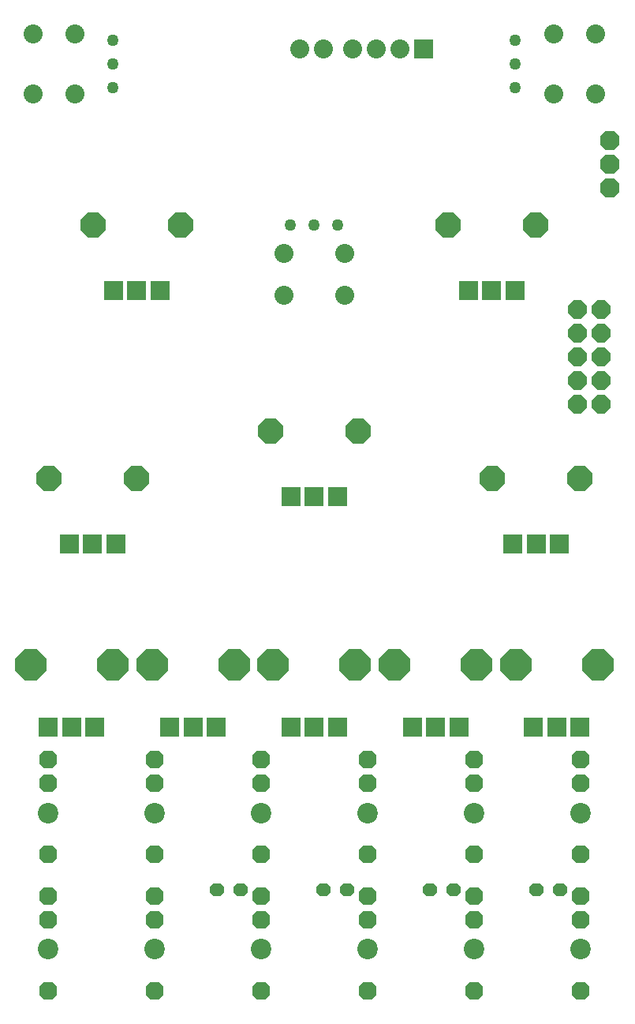
<source format=gbr>
%TF.GenerationSoftware,KiCad,Pcbnew,(6.0.11-0)*%
%TF.CreationDate,2023-05-29T14:43:09+02:00*%
%TF.ProjectId,tides,74696465-732e-46b6-9963-61645f706362,rev?*%
%TF.SameCoordinates,Original*%
%TF.FileFunction,Soldermask,Bot*%
%TF.FilePolarity,Negative*%
%FSLAX46Y46*%
G04 Gerber Fmt 4.6, Leading zero omitted, Abs format (unit mm)*
G04 Created by KiCad (PCBNEW (6.0.11-0)) date 2023-05-29 14:43:09*
%MOMM*%
%LPD*%
G01*
G04 APERTURE LIST*
G04 Aperture macros list*
%AMRoundRect*
0 Rectangle with rounded corners*
0 $1 Rounding radius*
0 $2 $3 $4 $5 $6 $7 $8 $9 X,Y pos of 4 corners*
0 Add a 4 corners polygon primitive as box body*
4,1,4,$2,$3,$4,$5,$6,$7,$8,$9,$2,$3,0*
0 Add four circle primitives for the rounded corners*
1,1,$1+$1,$2,$3*
1,1,$1+$1,$4,$5*
1,1,$1+$1,$6,$7*
1,1,$1+$1,$8,$9*
0 Add four rect primitives between the rounded corners*
20,1,$1+$1,$2,$3,$4,$5,0*
20,1,$1+$1,$4,$5,$6,$7,0*
20,1,$1+$1,$6,$7,$8,$9,0*
20,1,$1+$1,$8,$9,$2,$3,0*%
%AMFreePoly0*
4,1,25,0.391885,0.667973,0.396787,0.663482,0.753882,0.306387,0.775910,0.259146,0.776200,0.252505,0.776200,-0.252505,0.758373,-0.301485,0.753882,-0.306387,0.396787,-0.663482,0.349546,-0.685510,0.342905,-0.685800,-0.342905,-0.685800,-0.391885,-0.667973,-0.396787,-0.663482,-0.753882,-0.306387,-0.775910,-0.259146,-0.776200,-0.252505,-0.776200,0.252505,-0.758373,0.301485,-0.753882,0.306387,
-0.396787,0.663482,-0.349546,0.685510,-0.342905,0.685800,0.342905,0.685800,0.391885,0.667973,0.391885,0.667973,$1*%
%AMFreePoly1*
4,1,25,0.706544,1.645873,0.711446,1.641382,1.641382,0.711446,1.663410,0.664205,1.663700,0.657564,1.663700,-0.657564,1.645873,-0.706544,1.641382,-0.711446,0.711446,-1.641382,0.664205,-1.663410,0.657564,-1.663700,-0.657564,-1.663700,-0.706544,-1.645873,-0.711446,-1.641382,-1.641382,-0.711446,-1.663410,-0.664205,-1.663700,-0.657564,-1.663700,0.657564,-1.645873,0.706544,-1.641382,0.711446,
-0.711446,1.641382,-0.664205,1.663410,-0.657564,1.663700,0.657564,1.663700,0.706544,1.645873,0.706544,1.645873,$1*%
%AMFreePoly2*
4,1,25,0.575031,1.328373,0.579933,1.323882,1.323882,0.579933,1.345910,0.532692,1.346200,0.526051,1.346200,-0.526051,1.328373,-0.575031,1.323882,-0.579933,0.579933,-1.323882,0.532692,-1.345910,0.526051,-1.346200,-0.526051,-1.346200,-0.575031,-1.328373,-0.579933,-1.323882,-1.323882,-0.579933,-1.345910,-0.532692,-1.346200,-0.526051,-1.346200,0.526051,-1.328373,0.575031,-1.323882,0.579933,
-0.579933,1.323882,-0.532692,1.345910,-0.526051,1.346200,0.526051,1.346200,0.575031,1.328373,0.575031,1.328373,$1*%
%AMFreePoly3*
4,1,25,0.417216,0.947373,0.422118,0.942882,0.942882,0.422118,0.964910,0.374877,0.965200,0.368236,0.965200,-0.368236,0.947373,-0.417216,0.942882,-0.422118,0.422118,-0.942882,0.374877,-0.964910,0.368236,-0.965200,-0.368236,-0.965200,-0.417216,-0.947373,-0.422118,-0.942882,-0.942882,-0.422118,-0.964910,-0.374877,-0.965200,-0.368236,-0.965200,0.368236,-0.947373,0.417216,-0.942882,0.422118,
-0.422118,0.942882,-0.374877,0.964910,-0.368236,0.965200,0.368236,0.965200,0.417216,0.947373,0.417216,0.947373,$1*%
%AMFreePoly4*
4,1,25,0.448779,1.023573,0.453681,1.019082,1.019082,0.453681,1.041110,0.406440,1.041400,0.399799,1.041400,-0.399799,1.023573,-0.448779,1.019082,-0.453681,0.453681,-1.019082,0.406440,-1.041110,0.399799,-1.041400,-0.399799,-1.041400,-0.448779,-1.023573,-0.453681,-1.019082,-1.019082,-0.453681,-1.041110,-0.406440,-1.041400,-0.399799,-1.041400,0.399799,-1.023573,0.448779,-1.019082,0.453681,
-0.453681,1.019082,-0.406440,1.041110,-0.399799,1.041400,0.399799,1.041400,0.448779,1.023573,0.448779,1.023573,$1*%
%AMFreePoly5*
4,1,25,0.438258,0.998173,0.443160,0.993682,0.993682,0.443160,1.015710,0.395919,1.016000,0.389278,1.016000,-0.389278,0.998173,-0.438258,0.993682,-0.443160,0.443160,-0.993682,0.395919,-1.015710,0.389278,-1.016000,-0.389278,-1.016000,-0.438258,-0.998173,-0.443160,-0.993682,-0.993682,-0.443160,-1.015710,-0.395919,-1.016000,-0.389278,-1.016000,0.389278,-0.998173,0.438258,-0.993682,0.443160,
-0.443160,0.993682,-0.395919,1.015710,-0.389278,1.016000,0.389278,1.016000,0.438258,0.998173,0.438258,0.998173,$1*%
G04 Aperture macros list end*
%ADD10FreePoly0,180.000000*%
%ADD11C,1.258800*%
%ADD12RoundRect,0.076200X0.939800X-0.939800X0.939800X0.939800X-0.939800X0.939800X-0.939800X-0.939800X0*%
%ADD13FreePoly1,90.000000*%
%ADD14FreePoly2,90.000000*%
%ADD15C,2.032000*%
%ADD16C,2.200000*%
%ADD17FreePoly3,180.000000*%
%ADD18FreePoly4,180.000000*%
%ADD19FreePoly5,90.000000*%
G04 APERTURE END LIST*
D10*
%TO.C,LED6*%
X163413600Y-145802350D03*
X160873600Y-145802350D03*
%TD*%
%TO.C,LED7*%
X174843600Y-145802350D03*
X172303600Y-145802350D03*
%TD*%
%TO.C,LED5*%
X151983600Y-145802350D03*
X149443600Y-145802350D03*
%TD*%
%TO.C,LED4*%
X140553600Y-145802350D03*
X138013600Y-145802350D03*
%TD*%
D11*
%TO.C,LED2*%
X170081100Y-54679850D03*
X170081100Y-57219850D03*
X170081100Y-59759850D03*
%TD*%
D12*
%TO.C,R58*%
X150991100Y-128372350D03*
X148491100Y-128372350D03*
X145991100Y-128372350D03*
D13*
X152891100Y-121672350D03*
X144091100Y-121672350D03*
%TD*%
D12*
%TO.C,R22*%
X150991100Y-103589850D03*
X148491100Y-103589850D03*
X145991100Y-103589850D03*
D14*
X153191100Y-96589850D03*
X143791100Y-96589850D03*
%TD*%
D12*
%TO.C,R57*%
X137973600Y-128372350D03*
X135473600Y-128372350D03*
X132973600Y-128372350D03*
D13*
X139873600Y-121672350D03*
X131073600Y-121672350D03*
%TD*%
D15*
%TO.C,SW3*%
X151742300Y-82022950D03*
X145239900Y-82022950D03*
X151742300Y-77501750D03*
X145239900Y-77501750D03*
%TD*%
D16*
%TO.C,J8*%
X131346100Y-152152350D03*
D17*
X131346100Y-146437350D03*
X131346100Y-148977350D03*
X131346100Y-156597350D03*
%TD*%
D16*
%TO.C,J9*%
X142776100Y-152152350D03*
D17*
X142776100Y-146437350D03*
X142776100Y-148977350D03*
X142776100Y-156597350D03*
%TD*%
D16*
%TO.C,J12*%
X177066100Y-152152350D03*
D17*
X177066100Y-146437350D03*
X177066100Y-148977350D03*
X177066100Y-156597350D03*
%TD*%
D16*
%TO.C,J3*%
X142776100Y-137547350D03*
D17*
X142776100Y-131832350D03*
X142776100Y-134372350D03*
X142776100Y-141992350D03*
%TD*%
D16*
%TO.C,J11*%
X165636100Y-152152350D03*
D17*
X165636100Y-146437350D03*
X165636100Y-148977350D03*
X165636100Y-156597350D03*
%TD*%
D16*
%TO.C,J2*%
X131346100Y-137547350D03*
D17*
X131346100Y-131832350D03*
X131346100Y-134372350D03*
X131346100Y-141992350D03*
%TD*%
D16*
%TO.C,J1*%
X119916100Y-137547350D03*
D17*
X119916100Y-131832350D03*
X119916100Y-134372350D03*
X119916100Y-141992350D03*
%TD*%
D16*
%TO.C,J10*%
X154206100Y-152152350D03*
D17*
X154206100Y-146437350D03*
X154206100Y-148977350D03*
X154206100Y-156597350D03*
%TD*%
D16*
%TO.C,J5*%
X165636100Y-137547350D03*
D17*
X165636100Y-131832350D03*
X165636100Y-134372350D03*
X165636100Y-141992350D03*
%TD*%
D12*
%TO.C,R60*%
X177026100Y-128372350D03*
X174526100Y-128372350D03*
X172026100Y-128372350D03*
D13*
X178926100Y-121672350D03*
X170126100Y-121672350D03*
%TD*%
D15*
%TO.C,SW2*%
X118290500Y-60471050D03*
X118290500Y-53968650D03*
X122811700Y-60471050D03*
X122811700Y-53968650D03*
%TD*%
D11*
%TO.C,LED3*%
X151031100Y-74491850D03*
X148491100Y-74491850D03*
X145951100Y-74491850D03*
%TD*%
D12*
%TO.C,R59*%
X164008600Y-128372350D03*
X161508600Y-128372350D03*
X159008600Y-128372350D03*
D13*
X165908600Y-121672350D03*
X157108600Y-121672350D03*
%TD*%
D16*
%TO.C,J7*%
X119916100Y-152152350D03*
D17*
X119916100Y-146437350D03*
X119916100Y-148977350D03*
X119916100Y-156597350D03*
%TD*%
D11*
%TO.C,LED1*%
X126901100Y-59759850D03*
X126901100Y-57219850D03*
X126901100Y-54679850D03*
%TD*%
D15*
%TO.C,SW1*%
X178691800Y-53968550D03*
X178691800Y-60470950D03*
X174170600Y-53968550D03*
X174170600Y-60470950D03*
%TD*%
D12*
%TO.C,R11*%
X131941100Y-81491850D03*
X129441100Y-81491850D03*
X126941100Y-81491850D03*
D14*
X134141100Y-74491850D03*
X124741100Y-74491850D03*
%TD*%
D12*
%TO.C,R23*%
X127178600Y-108669850D03*
X124678600Y-108669850D03*
X122178600Y-108669850D03*
D14*
X129378600Y-101669850D03*
X119978600Y-101669850D03*
%TD*%
D16*
%TO.C,J4*%
X154206100Y-137547350D03*
D17*
X154206100Y-131832350D03*
X154206100Y-134372350D03*
X154206100Y-141992350D03*
%TD*%
D18*
%TO.C,IC3*%
X180241100Y-70554850D03*
X180241100Y-68014850D03*
X180241100Y-65474850D03*
%TD*%
D12*
%TO.C,R24*%
X174803600Y-108669850D03*
X172303600Y-108669850D03*
X169803600Y-108669850D03*
D14*
X177003600Y-101669850D03*
X167603600Y-101669850D03*
%TD*%
D12*
%TO.C,R56*%
X124956100Y-128372350D03*
X122456100Y-128372350D03*
X119956100Y-128372350D03*
D13*
X126856100Y-121672350D03*
X118056100Y-121672350D03*
%TD*%
D12*
%TO.C,R12*%
X170041100Y-81491850D03*
X167541100Y-81491850D03*
X165041100Y-81491850D03*
D14*
X172241100Y-74491850D03*
X162841100Y-74491850D03*
%TD*%
D16*
%TO.C,J6*%
X177066100Y-137547350D03*
D17*
X177066100Y-131832350D03*
X177066100Y-134372350D03*
X177066100Y-141992350D03*
%TD*%
D15*
%TO.C,JP7*%
X146903600Y-55632350D03*
X149443600Y-55632350D03*
%TD*%
D12*
%TO.C,JP6*%
X160238600Y-55632350D03*
D15*
X157698600Y-55632350D03*
X155158600Y-55632350D03*
X152618600Y-55632350D03*
%TD*%
D19*
%TO.C,JP5*%
X176748600Y-93732350D03*
X179288600Y-93732350D03*
X176748600Y-91192350D03*
X179288600Y-91192350D03*
X176748600Y-88652350D03*
X179288600Y-88652350D03*
X176748600Y-86112350D03*
X179288600Y-86112350D03*
X176748600Y-83572350D03*
X179288600Y-83572350D03*
%TD*%
M02*

</source>
